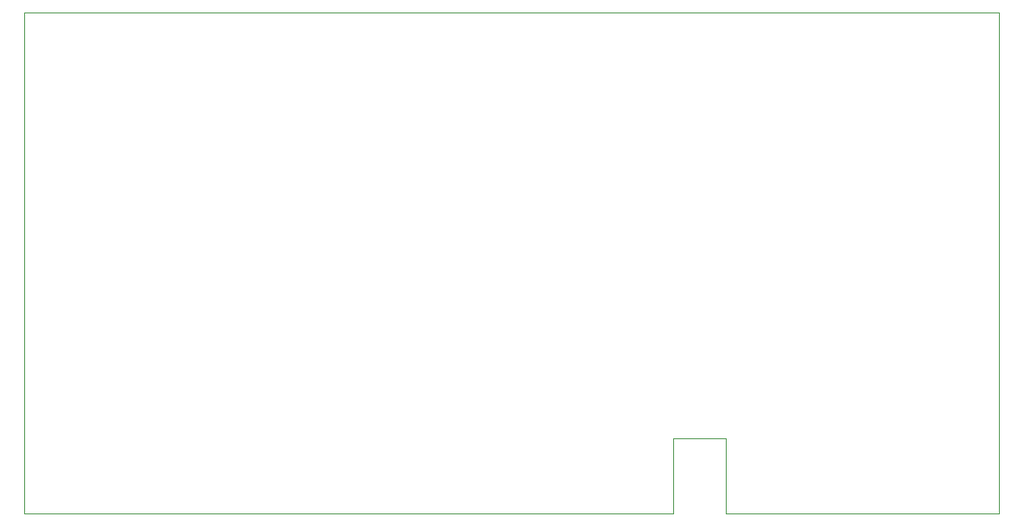
<source format=gbr>
G04 #@! TF.GenerationSoftware,KiCad,Pcbnew,(5.1.8)-1*
G04 #@! TF.CreationDate,2023-04-05T17:01:07-06:00*
G04 #@! TF.ProjectId,CH376S Module,43483337-3653-4204-9d6f-64756c652e6b,rev?*
G04 #@! TF.SameCoordinates,Original*
G04 #@! TF.FileFunction,Profile,NP*
%FSLAX46Y46*%
G04 Gerber Fmt 4.6, Leading zero omitted, Abs format (unit mm)*
G04 Created by KiCad (PCBNEW (5.1.8)-1) date 2023-04-05 17:01:07*
%MOMM*%
%LPD*%
G01*
G04 APERTURE LIST*
G04 #@! TA.AperFunction,Profile*
%ADD10C,0.050000*%
G04 #@! TD*
G04 APERTURE END LIST*
D10*
X104267000Y-97790000D02*
X203073000Y-97790000D01*
X104267000Y-97790000D02*
X104267000Y-148590000D01*
X203073000Y-97790000D02*
X203073000Y-148590000D01*
X170053000Y-140970000D02*
X170053000Y-148590000D01*
X170053000Y-148590000D02*
X104267000Y-148590000D01*
X175387000Y-148590000D02*
X203073000Y-148590000D01*
X175387000Y-140970000D02*
X175387000Y-148590000D01*
X170053000Y-140970000D02*
X175387000Y-140970000D01*
M02*

</source>
